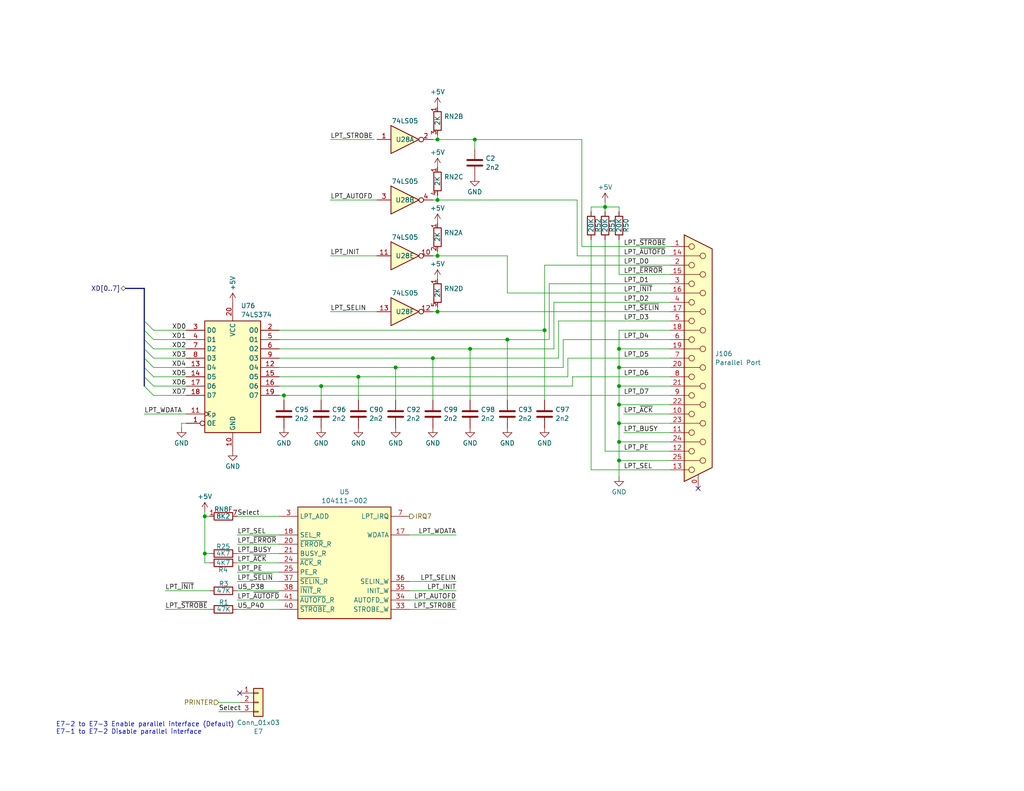
<source format=kicad_sch>
(kicad_sch (version 20230121) (generator eeschema)
  (paper "USLetter")
  (lib_symbols
    (symbol "74xx:74LS05" (pin_names (offset 1.016))
      (property "Reference" "U" (at 0 1.27 0))
      (property "Value" "74LS05" (at 0 -1.27 0))
      (symbol "74LS05_1_0"
        (polyline (pts (xy -3.81 3.81) (xy -3.81 -3.81) (xy 3.81 0) (xy -3.81 3.81)) (stroke (width 0.254)) (fill (type background)))
        (pin input line (at -7.62 0 0) (length 3.81) (name "~") (number "1"))
        (pin open_collector inverted (at 7.62 0 180) (length 3.81) (name "~") (number "2"))
      )
      (symbol "74LS05_2_0"
        (polyline (pts (xy -3.81 3.81) (xy -3.81 -3.81) (xy 3.81 0) (xy -3.81 3.81)) (stroke (width 0.254)) (fill (type background)))
        (pin input line (at -7.62 0 0) (length 3.81) (name "~") (number "3"))
        (pin open_collector inverted (at 7.62 0 180) (length 3.81) (name "~") (number "4"))
      )
      (symbol "74LS05_3_0"
        (polyline (pts (xy -3.81 3.81) (xy -3.81 -3.81) (xy 3.81 0) (xy -3.81 3.81)) (stroke (width 0.254)) (fill (type background)))
        (pin input line (at -7.62 0 0) (length 3.81) (name "~") (number "5"))
        (pin open_collector inverted (at 7.62 0 180) (length 3.81) (name "~") (number "6"))
      )
      (symbol "74LS05_4_0"
        (polyline (pts (xy -3.81 3.81) (xy -3.81 -3.81) (xy 3.81 0) (xy -3.81 3.81)) (stroke (width 0.254)) (fill (type background)))
        (pin open_collector inverted (at 7.62 0 180) (length 3.81) (name "~") (number "8"))
        (pin input line (at -7.62 0 0) (length 3.81) (name "~") (number "9"))
      )
      (symbol "74LS05_5_0"
        (polyline (pts (xy -3.81 3.81) (xy -3.81 -3.81) (xy 3.81 0) (xy -3.81 3.81)) (stroke (width 0.254)) (fill (type background)))
        (pin open_collector inverted (at 7.62 0 180) (length 3.81) (name "~") (number "10"))
        (pin input line (at -7.62 0 0) (length 3.81) (name "~") (number "11"))
      )
      (symbol "74LS05_6_0"
        (polyline (pts (xy -3.81 3.81) (xy -3.81 -3.81) (xy 3.81 0) (xy -3.81 3.81)) (stroke (width 0.254)) (fill (type background)))
        (pin open_collector inverted (at 7.62 0 180) (length 3.81) (name "~") (number "12"))
        (pin input line (at -7.62 0 0) (length 3.81) (name "~") (number "13"))
      )
      (symbol "74LS05_7_0"
        (pin power_in line (at 0 12.7 270) (length 5.08) (name "VCC") (number "14"))
        (pin power_in line (at 0 -12.7 90) (length 5.08) (name "GND") (number "7"))
      )
      (symbol "74LS05_7_1"
        (rectangle (start -5.08 7.62) (end 5.08 -7.62) (stroke (width 0.254)) (fill (type background)))
      )
    )
    (symbol "74xx:74LS374"
      (property "Reference" "U" (at -7.62 16.51 0))
      (property "Value" "74LS374" (at -7.62 -16.51 0))
      (symbol "74LS374_1_0"
        (pin input inverted (at -12.7 -12.7 0) (length 5.08) (name "OE") (number "1"))
        (pin power_in line (at 0 -20.32 90) (length 5.08) (name "GND") (number "10"))
        (pin input clock (at -12.7 -10.16 0) (length 5.08) (name "Cp") (number "11"))
        (pin tri_state line (at 12.7 2.54 180) (length 5.08) (name "O4") (number "12"))
        (pin input line (at -12.7 2.54 0) (length 5.08) (name "D4") (number "13"))
        (pin input line (at -12.7 0 0) (length 5.08) (name "D5") (number "14"))
        (pin tri_state line (at 12.7 0 180) (length 5.08) (name "O5") (number "15"))
        (pin tri_state line (at 12.7 -2.54 180) (length 5.08) (name "O6") (number "16"))
        (pin input line (at -12.7 -2.54 0) (length 5.08) (name "D6") (number "17"))
        (pin input line (at -12.7 -5.08 0) (length 5.08) (name "D7") (number "18"))
        (pin tri_state line (at 12.7 -5.08 180) (length 5.08) (name "O7") (number "19"))
        (pin tri_state line (at 12.7 12.7 180) (length 5.08) (name "O0") (number "2"))
        (pin power_in line (at 0 20.32 270) (length 5.08) (name "VCC") (number "20"))
        (pin input line (at -12.7 12.7 0) (length 5.08) (name "D0") (number "3"))
        (pin input line (at -12.7 10.16 0) (length 5.08) (name "D1") (number "4"))
        (pin tri_state line (at 12.7 10.16 180) (length 5.08) (name "O1") (number "5"))
        (pin tri_state line (at 12.7 7.62 180) (length 5.08) (name "O2") (number "6"))
        (pin input line (at -12.7 7.62 0) (length 5.08) (name "D2") (number "7"))
        (pin input line (at -12.7 5.08 0) (length 5.08) (name "D3") (number "8"))
        (pin tri_state line (at 12.7 5.08 180) (length 5.08) (name "O3") (number "9"))
      )
      (symbol "74LS374_1_1"
        (rectangle (start -7.62 15.24) (end 7.62 -15.24) (stroke (width 0.254)) (fill (type background)))
      )
    )
    (symbol "Connector:DB25_Receptacle_MountingHoles" (pin_names (offset 1.016) hide)
      (property "Reference" "J" (at 0 36.83 0))
      (property "Value" "DB25_Receptacle_MountingHoles" (at 0 34.925 0))
      (symbol "DB25_Receptacle_MountingHoles_0_1"
        (circle (center -1.778 -30.48) (radius 0.762))
        (circle (center -1.778 -25.4) (radius 0.762))
        (circle (center -1.778 -20.32) (radius 0.762))
        (circle (center -1.778 -15.24) (radius 0.762))
        (circle (center -1.778 -10.16) (radius 0.762))
        (circle (center -1.778 -5.08) (radius 0.762))
        (circle (center -1.778 0) (radius 0.762))
        (circle (center -1.778 5.08) (radius 0.762))
        (circle (center -1.778 10.16) (radius 0.762))
        (circle (center -1.778 15.24) (radius 0.762))
        (circle (center -1.778 20.32) (radius 0.762))
        (circle (center -1.778 25.4) (radius 0.762))
        (circle (center -1.778 30.48) (radius 0.762))
        (polyline (pts (xy -3.81 -30.48) (xy -2.54 -30.48)))
        (polyline (pts (xy -3.81 -27.94) (xy 0.508 -27.94)))
        (polyline (pts (xy -3.81 -25.4) (xy -2.54 -25.4)))
        (polyline (pts (xy -3.81 -22.86) (xy 0.508 -22.86)))
        (polyline (pts (xy -3.81 -20.32) (xy -2.54 -20.32)))
        (polyline (pts (xy -3.81 -17.78) (xy 0.508 -17.78)))
        (polyline (pts (xy -3.81 -15.24) (xy -2.54 -15.24)))
        (polyline (pts (xy -3.81 -12.7) (xy 0.508 -12.7)))
        (polyline (pts (xy -3.81 -10.16) (xy -2.54 -10.16)))
        (polyline (pts (xy -3.81 -7.62) (xy 0.508 -7.62)))
        (polyline (pts (xy -3.81 -5.08) (xy -2.54 -5.08)))
        (polyline (pts (xy -3.81 -2.54) (xy 0.508 -2.54)))
        (polyline (pts (xy -3.81 0) (xy -2.54 0)))
        (polyline (pts (xy -3.81 2.54) (xy 0.508 2.54)))
        (polyline (pts (xy -3.81 5.08) (xy -2.54 5.08)))
        (polyline (pts (xy -3.81 7.62) (xy 0.508 7.62)))
        (polyline (pts (xy -3.81 10.16) (xy -2.54 10.16)))
        (polyline (pts (xy -3.81 12.7) (xy 0.508 12.7)))
        (polyline (pts (xy -3.81 15.24) (xy -2.54 15.24)))
        (polyline (pts (xy -3.81 17.78) (xy 0.508 17.78)))
        (polyline (pts (xy -3.81 20.32) (xy -2.54 20.32)))
        (polyline (pts (xy -3.81 22.86) (xy 0.508 22.86)))
        (polyline (pts (xy -3.81 25.4) (xy -2.54 25.4)))
        (polyline (pts (xy -3.81 27.94) (xy 0.508 27.94)))
        (polyline (pts (xy -3.81 30.48) (xy -2.54 30.48)))
        (polyline (pts (xy -3.81 33.655) (xy 3.81 29.845) (xy 3.81 -29.845) (xy -3.81 -33.655) (xy -3.81 33.655)) (stroke (width 0.254)) (fill (type background)))
        (circle (center 1.27 -27.94) (radius 0.762))
        (circle (center 1.27 -22.86) (radius 0.762))
        (circle (center 1.27 -17.78) (radius 0.762))
        (circle (center 1.27 -12.7) (radius 0.762))
        (circle (center 1.27 -7.62) (radius 0.762))
        (circle (center 1.27 -2.54) (radius 0.762))
        (circle (center 1.27 2.54) (radius 0.762))
        (circle (center 1.27 7.62) (radius 0.762))
        (circle (center 1.27 12.7) (radius 0.762))
        (circle (center 1.27 17.78) (radius 0.762))
        (circle (center 1.27 22.86) (radius 0.762))
        (circle (center 1.27 27.94) (radius 0.762))
      )
      (symbol "DB25_Receptacle_MountingHoles_1_1"
        (pin passive line (at 0 -35.56 90) (length 3.81) (name "PAD") (number "0"))
        (pin passive line (at -7.62 30.48 0) (length 3.81) (name "1") (number "1"))
        (pin passive line (at -7.62 -15.24 0) (length 3.81) (name "10") (number "10"))
        (pin passive line (at -7.62 -20.32 0) (length 3.81) (name "11") (number "11"))
        (pin passive line (at -7.62 -25.4 0) (length 3.81) (name "12") (number "12"))
        (pin passive line (at -7.62 -30.48 0) (length 3.81) (name "13") (number "13"))
        (pin passive line (at -7.62 27.94 0) (length 3.81) (name "P14") (number "14"))
        (pin passive line (at -7.62 22.86 0) (length 3.81) (name "P15") (number "15"))
        (pin passive line (at -7.62 17.78 0) (length 3.81) (name "P16") (number "16"))
        (pin passive line (at -7.62 12.7 0) (length 3.81) (name "P17") (number "17"))
        (pin passive line (at -7.62 7.62 0) (length 3.81) (name "P18") (number "18"))
        (pin passive line (at -7.62 2.54 0) (length 3.81) (name "P19") (number "19"))
        (pin passive line (at -7.62 25.4 0) (length 3.81) (name "2") (number "2"))
        (pin passive line (at -7.62 -2.54 0) (length 3.81) (name "P20") (number "20"))
        (pin passive line (at -7.62 -7.62 0) (length 3.81) (name "P21") (number "21"))
        (pin passive line (at -7.62 -12.7 0) (length 3.81) (name "P22") (number "22"))
        (pin passive line (at -7.62 -17.78 0) (length 3.81) (name "P23") (number "23"))
        (pin passive line (at -7.62 -22.86 0) (length 3.81) (name "P24") (number "24"))
        (pin passive line (at -7.62 -27.94 0) (length 3.81) (name "P25") (number "25"))
        (pin passive line (at -7.62 20.32 0) (length 3.81) (name "3") (number "3"))
        (pin passive line (at -7.62 15.24 0) (length 3.81) (name "4") (number "4"))
        (pin passive line (at -7.62 10.16 0) (length 3.81) (name "5") (number "5"))
        (pin passive line (at -7.62 5.08 0) (length 3.81) (name "6") (number "6"))
        (pin passive line (at -7.62 0 0) (length 3.81) (name "7") (number "7"))
        (pin passive line (at -7.62 -5.08 0) (length 3.81) (name "8") (number "8"))
        (pin passive line (at -7.62 -10.16 0) (length 3.81) (name "9") (number "9"))
      )
    )
    (symbol "Connector_Generic:Conn_01x03" (pin_names (offset 1.016) hide)
      (property "Reference" "J" (at 0 5.08 0))
      (property "Value" "Conn_01x03" (at 0 -5.08 0))
      (symbol "Conn_01x03_1_1"
        (rectangle (start -1.27 -2.413) (end 0 -2.667) (stroke (width 0.1524)))
        (rectangle (start -1.27 0.127) (end 0 -0.127) (stroke (width 0.1524)))
        (rectangle (start -1.27 2.667) (end 0 2.413) (stroke (width 0.1524)))
        (rectangle (start -1.27 3.81) (end 1.27 -3.81) (stroke (width 0.254)) (fill (type background)))
        (pin passive line (at -5.08 2.54 0) (length 3.81) (name "Pin_1") (number "1"))
        (pin passive line (at -5.08 0 0) (length 3.81) (name "Pin_2") (number "2"))
        (pin passive line (at -5.08 -2.54 0) (length 3.81) (name "Pin_3") (number "3"))
      )
    )
    (symbol "Device:C" (pin_numbers hide) (pin_names (offset 0.254))
      (property "Reference" "C" (at 0.635 2.54 0))
      (property "Value" "C" (at 0.635 -2.54 0))
      (symbol "C_0_1"
        (polyline (pts (xy -2.032 -0.762) (xy 2.032 -0.762)) (stroke (width 0.508)))
        (polyline (pts (xy -2.032 0.762) (xy 2.032 0.762)) (stroke (width 0.508)))
      )
      (symbol "C_1_1"
        (pin passive line (at 0 3.81 270) (length 2.794) (name "~") (number "1"))
        (pin passive line (at 0 -3.81 90) (length 2.794) (name "~") (number "2"))
      )
    )
    (symbol "Device:R" (pin_numbers hide) (pin_names (offset 0))
      (property "Reference" "R" (at 2.032 0 90))
      (property "Value" "R" (at 0 0 90))
      (symbol "R_0_1"
        (rectangle (start -1.016 -2.54) (end 1.016 2.54) (stroke (width 0.254)))
      )
      (symbol "R_1_1"
        (pin passive line (at 0 3.81 270) (length 1.27) (name "~") (number "1"))
        (pin passive line (at 0 -3.81 90) (length 1.27) (name "~") (number "2"))
      )
    )
    (symbol "Device:R_Network09_Split" (pin_names (offset 0) hide)
      (property "Reference" "RN" (at 2.032 0 90))
      (property "Value" "R_Network09_Split" (at 0 0 90))
      (symbol "R_Network09_Split_0_1"
        (rectangle (start 1.016 2.54) (end -1.016 -2.54) (stroke (width 0.254)))
        (pin passive line (at 0 3.81 270) (length 1.27) (name "R1") (number "1"))
      )
      (symbol "R_Network09_Split_1_1"
        (pin passive line (at 0 -3.81 90) (length 1.27) (name "R1.2") (number "2"))
      )
      (symbol "R_Network09_Split_2_1"
        (pin passive line (at 0 -3.81 90) (length 1.27) (name "R2.2") (number "3"))
      )
      (symbol "R_Network09_Split_3_1"
        (pin passive line (at 0 -3.81 90) (length 1.27) (name "R3.2") (number "4"))
      )
      (symbol "R_Network09_Split_4_1"
        (pin passive line (at 0 -3.81 90) (length 1.27) (name "R4.2") (number "5"))
      )
      (symbol "R_Network09_Split_5_1"
        (pin passive line (at 0 -3.81 90) (length 1.27) (name "R5.2") (number "6"))
      )
      (symbol "R_Network09_Split_6_1"
        (pin passive line (at 0 -3.81 90) (length 1.27) (name "R6.2") (number "7"))
      )
      (symbol "R_Network09_Split_7_1"
        (pin passive line (at 0 -3.81 90) (length 1.27) (name "R7.2") (number "8"))
      )
      (symbol "R_Network09_Split_8_1"
        (pin passive line (at 0 -3.81 90) (length 1.27) (name "R8.2") (number "9"))
      )
      (symbol "R_Network09_Split_9_1"
        (pin passive line (at 0 -3.81 90) (length 1.27) (name "R9.2") (number "10"))
      )
    )
    (symbol "power:+5V" (power) (pin_names (offset 0))
      (property "Value" "+5V" (at 0 3.556 0))
      (symbol "+5V_0_1"
        (polyline (pts (xy -0.762 1.27) (xy 0 2.54)))
        (polyline (pts (xy 0 0) (xy 0 2.54)))
        (polyline (pts (xy 0 2.54) (xy 0.762 1.27)))
      )
      (symbol "+5V_1_1"
        (pin power_in line (at 0 0 90) (length 0) hide (name "+5V") (number "1"))
      )
    )
    (symbol "power:GND" (power) (pin_names (offset 0))
      (property "Value" "GND" (at 0 -3.81 0))
      (symbol "GND_0_1"
        (polyline (pts (xy 0 0) (xy 0 -1.27) (xy 1.27 -1.27) (xy 0 -2.54) (xy -1.27 -1.27) (xy 0 -1.27)))
      )
      (symbol "GND_1_1"
        (pin power_in line (at 0 0 270) (length 0) hide (name "GND") (number "1"))
      )
    )
    (symbol "raysstuff:104111-002"
      (property "Reference" "U" (at 0 1.27 0))
      (property "Value" "104111-002" (at 1.27 -1.27 0))
      (symbol "104111-002_1_0"
        (pin output line (at 17.78 7.62 180) (length 5.08) (name "WDATA") (number "17"))
        (pin input line (at -17.78 7.62 0) (length 5.08) (name "SEL_R") (number "18"))
        (pin input line (at -17.78 5.08 0) (length 5.08) (name "~{ERROR}_R") (number "20"))
        (pin input line (at -17.78 2.54 0) (length 5.08) (name "BUSY_R") (number "21"))
        (pin input line (at -17.78 0 0) (length 5.08) (name "~{ACK}_R") (number "24"))
        (pin input line (at -17.78 -2.54 0) (length 5.08) (name "PE_R") (number "25"))
        (pin input line (at -17.78 12.7 0) (length 5.08) (name "LPT_ADD") (number "3"))
        (pin output line (at 17.78 -12.7 180) (length 5.08) (name "STROBE_W") (number "33"))
        (pin output line (at 17.78 -10.16 180) (length 5.08) (name "AUTOFD_W") (number "34"))
        (pin output line (at 17.78 -7.62 180) (length 5.08) (name "INIT_W") (number "35"))
        (pin output line (at 17.78 -5.08 180) (length 5.08) (name "SELIN_W") (number "36"))
        (pin input line (at -17.78 -5.08 0) (length 5.08) (name "~{SELIN}_R") (number "37"))
        (pin input line (at -17.78 -7.62 0) (length 5.08) (name "~{INIT}_R") (number "38"))
        (pin input line (at -17.78 -12.7 0) (length 5.08) (name "~{STROBE}_R") (number "40"))
        (pin input line (at -17.78 -10.16 0) (length 5.08) (name "~{AUTOFD}_R") (number "41"))
        (pin output line (at 17.78 12.7 180) (length 5.08) (name "LPT_IRQ") (number "7"))
      )
      (symbol "104111-002_1_1"
        (rectangle (start -12.7 15.24) (end 12.7 -15.24) (stroke (width 0.254)) (fill (type background)))
      )
    )
  )
  (junction (at 119.38 38.1))
  (junction (at 119.38 69.85))
  (junction (at 55.88 140.97))
  (junction (at 168.91 100.33))
  (junction (at 168.91 125.73))
  (junction (at 119.38 85.09))
  (junction (at 148.59 90.17))
  (junction (at 97.79 102.87))
  (junction (at 87.63 105.41))
  (junction (at 168.91 110.49))
  (junction (at 129.54 38.1))
  (junction (at 168.91 95.25))
  (junction (at 168.91 105.41))
  (junction (at 165.1 56.515))
  (junction (at 128.27 95.25))
  (junction (at 138.43 92.71))
  (junction (at 107.95 100.33))
  (junction (at 118.11 97.79))
  (junction (at 55.88 151.13))
  (junction (at 168.91 120.65))
  (junction (at 77.47 107.95))
  (junction (at 168.91 115.57))
  (junction (at 119.38 54.61))
  (no_connect (at 65.405 189.23))
  (no_connect (at 190.5 133.35))
  (bus_entry (at 39.37 105.41) (size 2.54 2.54))
  (bus_entry (at 39.37 92.71) (size 2.54 2.54))
  (bus_entry (at 39.37 102.87) (size 2.54 2.54))
  (bus_entry (at 39.37 95.25) (size 2.54 2.54))
  (bus_entry (at 39.37 90.17) (size 2.54 2.54))
  (bus_entry (at 39.37 97.79) (size 2.54 2.54))
  (bus_entry (at 39.37 87.63) (size 2.54 2.54))
  (bus_entry (at 39.37 100.33) (size 2.54 2.54))
  (wire (pts (xy 168.91 120.65) (xy 182.88 120.65)))
  (wire (pts (xy 64.77 153.67) (xy 76.2 153.67)))
  (wire (pts (xy 59.69 191.77) (xy 65.405 191.77)))
  (wire (pts (xy 50.8 92.71) (xy 41.91 92.71)))
  (wire (pts (xy 77.47 109.22) (xy 77.47 107.95)))
  (wire (pts (xy 168.91 125.73) (xy 182.88 125.73)))
  (wire (pts (xy 97.79 102.87) (xy 97.79 109.22)))
  (wire (pts (xy 50.8 90.17) (xy 41.91 90.17)))
  (wire (pts (xy 161.29 65.405) (xy 161.29 128.27)))
  (wire (pts (xy 156.21 102.87) (xy 156.21 105.41)))
  (wire (pts (xy 168.91 120.65) (xy 168.91 125.73)))
  (wire (pts (xy 55.88 151.13) (xy 55.88 140.97)))
  (wire (pts (xy 50.8 102.87) (xy 41.91 102.87)))
  (wire (pts (xy 158.75 67.31) (xy 182.88 67.31)))
  (wire (pts (xy 39.37 113.03) (xy 50.8 113.03)))
  (wire (pts (xy 97.79 102.87) (xy 154.94 102.87)))
  (wire (pts (xy 50.8 107.95) (xy 41.91 107.95)))
  (wire (pts (xy 119.38 53.34) (xy 119.38 54.61)))
  (wire (pts (xy 168.91 110.49) (xy 182.88 110.49)))
  (wire (pts (xy 57.15 153.67) (xy 55.88 153.67)))
  (wire (pts (xy 90.17 54.61) (xy 102.87 54.61)))
  (wire (pts (xy 168.91 125.73) (xy 168.91 130.175)))
  (wire (pts (xy 119.38 85.09) (xy 182.88 85.09)))
  (wire (pts (xy 168.91 115.57) (xy 182.88 115.57)))
  (wire (pts (xy 168.91 57.785) (xy 168.91 56.515)))
  (wire (pts (xy 168.91 105.41) (xy 168.91 110.49)))
  (wire (pts (xy 57.15 161.29) (xy 45.085 161.29)))
  (wire (pts (xy 111.76 166.37) (xy 124.46 166.37)))
  (wire (pts (xy 165.1 55.245) (xy 165.1 56.515)))
  (wire (pts (xy 168.91 105.41) (xy 182.88 105.41)))
  (wire (pts (xy 138.43 80.01) (xy 138.43 69.85)))
  (bus (pts (xy 39.37 90.17) (xy 39.37 92.71)))
  (wire (pts (xy 57.15 151.13) (xy 55.88 151.13)))
  (wire (pts (xy 168.91 90.17) (xy 182.88 90.17)))
  (wire (pts (xy 161.29 128.27) (xy 182.88 128.27)))
  (wire (pts (xy 168.91 95.25) (xy 168.91 100.33)))
  (wire (pts (xy 119.38 83.82) (xy 119.38 85.09)))
  (wire (pts (xy 64.77 166.37) (xy 76.2 166.37)))
  (wire (pts (xy 111.76 158.75) (xy 124.46 158.75)))
  (wire (pts (xy 118.11 97.79) (xy 152.4 97.79)))
  (wire (pts (xy 151.13 95.25) (xy 151.13 82.55)))
  (wire (pts (xy 118.11 97.79) (xy 118.11 109.22)))
  (wire (pts (xy 55.88 151.13) (xy 55.88 153.67)))
  (wire (pts (xy 168.91 65.405) (xy 168.91 74.93)))
  (wire (pts (xy 64.77 146.05) (xy 76.2 146.05)))
  (wire (pts (xy 148.59 72.39) (xy 148.59 90.17)))
  (wire (pts (xy 50.8 115.57) (xy 49.53 115.57)))
  (wire (pts (xy 168.91 95.25) (xy 182.88 95.25)))
  (wire (pts (xy 59.69 194.31) (xy 65.405 194.31)))
  (wire (pts (xy 49.53 115.57) (xy 49.53 116.84)))
  (wire (pts (xy 149.86 92.71) (xy 149.86 77.47)))
  (wire (pts (xy 50.8 105.41) (xy 41.91 105.41)))
  (wire (pts (xy 168.91 110.49) (xy 168.91 115.57)))
  (wire (pts (xy 153.67 92.71) (xy 182.88 92.71)))
  (bus (pts (xy 39.37 102.87) (xy 39.37 105.41)))
  (wire (pts (xy 138.43 92.71) (xy 138.43 109.22)))
  (wire (pts (xy 90.17 85.09) (xy 102.87 85.09)))
  (wire (pts (xy 151.13 82.55) (xy 182.88 82.55)))
  (bus (pts (xy 34.29 78.74) (xy 39.37 78.74)))
  (wire (pts (xy 129.54 40.64) (xy 129.54 38.1)))
  (wire (pts (xy 119.38 54.61) (xy 118.11 54.61)))
  (wire (pts (xy 153.67 100.33) (xy 153.67 92.71)))
  (wire (pts (xy 161.29 56.515) (xy 165.1 56.515)))
  (wire (pts (xy 76.2 92.71) (xy 138.43 92.71)))
  (wire (pts (xy 119.38 36.83) (xy 119.38 38.1)))
  (wire (pts (xy 76.2 102.87) (xy 97.79 102.87)))
  (wire (pts (xy 87.63 105.41) (xy 156.21 105.41)))
  (wire (pts (xy 64.77 156.21) (xy 76.2 156.21)))
  (wire (pts (xy 64.77 140.97) (xy 76.2 140.97)))
  (wire (pts (xy 119.38 38.1) (xy 118.11 38.1)))
  (wire (pts (xy 119.38 54.61) (xy 157.48 54.61)))
  (wire (pts (xy 50.8 95.25) (xy 41.91 95.25)))
  (wire (pts (xy 77.47 107.95) (xy 182.88 107.95)))
  (wire (pts (xy 64.77 148.59) (xy 76.2 148.59)))
  (wire (pts (xy 90.17 69.85) (xy 102.87 69.85)))
  (wire (pts (xy 154.94 97.79) (xy 182.88 97.79)))
  (wire (pts (xy 119.38 38.1) (xy 129.54 38.1)))
  (wire (pts (xy 138.43 80.01) (xy 182.88 80.01)))
  (bus (pts (xy 39.37 87.63) (xy 39.37 90.17)))
  (wire (pts (xy 170.18 118.11) (xy 182.88 118.11)))
  (wire (pts (xy 158.75 38.1) (xy 158.75 67.31)))
  (wire (pts (xy 138.43 69.85) (xy 119.38 69.85)))
  (wire (pts (xy 64.77 151.13) (xy 76.2 151.13)))
  (wire (pts (xy 148.59 90.17) (xy 148.59 109.22)))
  (wire (pts (xy 87.63 105.41) (xy 87.63 109.22)))
  (wire (pts (xy 76.2 97.79) (xy 118.11 97.79)))
  (wire (pts (xy 168.91 115.57) (xy 168.91 120.65)))
  (wire (pts (xy 128.27 95.25) (xy 128.27 109.22)))
  (wire (pts (xy 55.88 139.7) (xy 55.88 140.97)))
  (wire (pts (xy 119.38 69.85) (xy 118.11 69.85)))
  (wire (pts (xy 128.27 95.25) (xy 151.13 95.25)))
  (wire (pts (xy 76.2 158.75) (xy 64.77 158.75)))
  (wire (pts (xy 111.76 161.29) (xy 124.46 161.29)))
  (wire (pts (xy 148.59 72.39) (xy 182.88 72.39)))
  (wire (pts (xy 119.38 85.09) (xy 118.11 85.09)))
  (wire (pts (xy 165.1 65.405) (xy 165.1 123.19)))
  (wire (pts (xy 165.1 56.515) (xy 165.1 57.785)))
  (wire (pts (xy 129.54 38.1) (xy 158.75 38.1)))
  (wire (pts (xy 50.8 97.79) (xy 41.91 97.79)))
  (wire (pts (xy 107.95 100.33) (xy 153.67 100.33)))
  (bus (pts (xy 39.37 92.71) (xy 39.37 95.25)))
  (wire (pts (xy 152.4 87.63) (xy 182.88 87.63)))
  (wire (pts (xy 107.95 100.33) (xy 107.95 109.22)))
  (wire (pts (xy 168.91 100.33) (xy 168.91 105.41)))
  (wire (pts (xy 165.1 123.19) (xy 182.88 123.19)))
  (wire (pts (xy 138.43 92.71) (xy 149.86 92.71)))
  (wire (pts (xy 152.4 87.63) (xy 152.4 97.79)))
  (wire (pts (xy 149.86 77.47) (xy 182.88 77.47)))
  (wire (pts (xy 111.76 163.83) (xy 124.46 163.83)))
  (wire (pts (xy 64.77 161.29) (xy 76.2 161.29)))
  (wire (pts (xy 76.2 107.95) (xy 77.47 107.95)))
  (wire (pts (xy 157.48 69.85) (xy 182.88 69.85)))
  (wire (pts (xy 165.1 56.515) (xy 168.91 56.515)))
  (wire (pts (xy 168.91 100.33) (xy 182.88 100.33)))
  (wire (pts (xy 90.17 38.1) (xy 102.235 38.1)))
  (bus (pts (xy 39.37 97.79) (xy 39.37 100.33)))
  (wire (pts (xy 55.88 140.97) (xy 57.15 140.97)))
  (wire (pts (xy 76.2 100.33) (xy 107.95 100.33)))
  (bus (pts (xy 39.37 95.25) (xy 39.37 97.79)))
  (wire (pts (xy 76.2 90.17) (xy 148.59 90.17)))
  (wire (pts (xy 157.48 54.61) (xy 157.48 69.85)))
  (bus (pts (xy 39.37 100.33) (xy 39.37 102.87)))
  (wire (pts (xy 168.91 90.17) (xy 168.91 95.25)))
  (bus (pts (xy 39.37 78.74) (xy 39.37 87.63)))
  (wire (pts (xy 154.94 97.79) (xy 154.94 102.87)))
  (wire (pts (xy 170.18 113.03) (xy 182.88 113.03)))
  (wire (pts (xy 124.46 146.05) (xy 111.76 146.05)))
  (wire (pts (xy 76.2 163.83) (xy 64.77 163.83)))
  (wire (pts (xy 57.15 166.37) (xy 45.085 166.37)))
  (wire (pts (xy 161.29 57.785) (xy 161.29 56.515)))
  (wire (pts (xy 168.91 74.93) (xy 182.88 74.93)))
  (wire (pts (xy 119.38 68.58) (xy 119.38 69.85)))
  (wire (pts (xy 76.2 95.25) (xy 128.27 95.25)))
  (wire (pts (xy 156.21 102.87) (xy 182.88 102.87)))
  (wire (pts (xy 50.8 100.33) (xy 41.91 100.33)))
  (wire (pts (xy 76.2 105.41) (xy 87.63 105.41)))
  (text "E7-2 to E7-3 Enable parallel interface (Default)\nE7-1 to E7-2 Disable parallel interface" (at 15.24 200.66 0) (effects (font (size 1.27 1.27)) (justify left bottom)))
  (label "LPT_D6" (at 170.18 102.87 0))
  (label "U5_P38" (at 64.77 161.29 0))
  (label "LPT_~{STROBE}" (at 170.18 67.31 0))
  (label "U5_P40" (at 64.77 166.37 0))
  (label "LPT_~{INIT}" (at 170.18 80.01 0))
  (label "XD0" (at 50.8 90.17 180))
  (label "LPT_WDATA" (at 39.37 113.03 0))
  (label "LPT_WDATA" (at 124.46 146.05 180))
  (label "LPT_~{STROBE}" (at 45.085 166.37 0))
  (label "LPT_D1" (at 170.18 77.47 0))
  (label "LPT_D2" (at 170.18 82.55 0))
  (label "XD6" (at 50.8 105.41 180))
  (label "LPT_STROBE" (at 124.46 166.37 180))
  (label "LPT_~{AUTOFD}" (at 64.77 163.83 0))
  (label "XD4" (at 50.8 100.33 180))
  (label "LPT_~{INIT}" (at 45.085 161.29 0))
  (label "LPT_~{AUTOFD}" (at 170.18 69.85 0))
  (label "LPT_INIT" (at 90.17 69.85 0))
  (label "LPT_SEL" (at 64.77 146.05 0))
  (label "LPT_SEL" (at 170.18 128.27 0))
  (label "LPT_INIT" (at 124.46 161.29 180))
  (label "XD1" (at 50.8 92.71 180))
  (label "LPT_PE" (at 170.18 123.19 0))
  (label "XD5" (at 50.8 102.87 180))
  (label "LPT_D5" (at 170.18 97.79 0))
  (label "Select" (at 59.69 194.31 0))
  (label "LPT_~{ACK}" (at 170.18 113.03 0))
  (label "LPT_D3" (at 170.18 87.63 0))
  (label "LPT_D7" (at 170.18 107.95 0))
  (label "LPT_D4" (at 170.18 92.71 0))
  (label "LPT_AUTOFD" (at 90.17 54.61 0))
  (label "XD7" (at 50.8 107.95 180))
  (label "LPT_~{SELIN}" (at 64.77 158.75 0))
  (label "LPT_BUSY" (at 170.18 118.11 0))
  (label "XD2" (at 50.8 95.25 180))
  (label "LPT_STROBE" (at 90.17 38.1 0))
  (label "LPT_D0" (at 170.18 72.39 0))
  (label "LPT_~{ACK}" (at 64.77 153.67 0))
  (label "LPT_AUTOFD" (at 124.46 163.83 180))
  (label "LPT_BUSY" (at 64.77 151.13 0))
  (label "Select" (at 64.77 140.97 0))
  (label "XD3" (at 50.8 97.79 180))
  (label "LPT_~{ERROR}" (at 64.77 148.59 0))
  (label "LPT_SELIN" (at 124.46 158.75 180))
  (label "LPT_~{SELIN}" (at 170.18 85.09 0))
  (label "LPT_SELIN" (at 90.17 85.09 0))
  (label "LPT_PE" (at 64.77 156.21 0))
  (label "LPT_~{ERROR}" (at 170.18 74.93 0))
  (hierarchical_label "XD[0..7]" (shape bidirectional) (at 34.29 78.74 180))
  (hierarchical_label "PRINTER" (shape input) (at 59.69 191.77 180))
  (hierarchical_label "IRQ7" (shape output) (at 111.76 140.97 0))
  (symbol (lib_id "74xx:74LS05") (at 110.49 85.09 0) (unit 6)
    (property "Reference" "U28" (at 110.49 85.09 0))
    (property "Value" "74LS05" (at 110.49 80.01 0))
    (property "Footprint" "Package_DIP:DIP-14_W7.62mm" (effects hide))
    (property "Datasheet" "http://www.ti.com/lit/gpn/sn74LS05" (effects hide))
  )
  (symbol (lib_id "Device:C") (at 87.63 113.03 0) (unit 1)
    (property "Reference" "C96" (at 90.551 111.8179 0) (effects (justify left)))
    (property "Value" "2n2" (at 90.551 114.2421 0) (effects (justify left)))
  )
  (symbol (lib_id "Device:R") (at 60.96 166.37 270) (mirror x) (unit 1)
    (property "Reference" "R1" (at 59.69 164.465 90) (effects (justify left)))
    (property "Value" "47K" (at 59.055 166.37 90) (effects (justify left)))
  )
  (symbol (lib_id "Connector_Generic:Conn_01x03") (at 70.485 191.77 0) (unit 1)
    (property "Reference" "E7" (at 70.485 199.7243 0))
    (property "Value" "Conn_01x03" (at 70.485 197.3001 0))
    (property "Footprint" "Connector_PinHeader_2.54mm:PinHeader_1x03_P2.54mm_Vertical" (effects hide))
  )
  (symbol (lib_id "power:+5V") (at 55.88 139.7 0) (unit 1)
    (property "Reference" "#PWR0167" (effects hide))
    (property "Value" "+5V" (at 55.88 135.5669 0))
  )
  (symbol (lib_id "power:GND") (at 168.91 130.175 0) (unit 1)
    (property "Reference" "#PWR0372" (effects hide))
    (property "Value" "GND" (at 168.91 134.3081 0))
  )
  (symbol (lib_id "power:GND") (at 129.54 48.26 0) (unit 1)
    (property "Reference" "#PWR037" (effects hide))
    (property "Value" "GND" (at 129.54 52.3931 0))
  )
  (symbol (lib_id "power:+5V") (at 119.38 60.96 0) (unit 1)
    (property "Reference" "#PWR035" (effects hide))
    (property "Value" "+5V" (at 119.38 56.8269 0))
  )
  (symbol (lib_id "Device:C") (at 138.43 113.03 0) (unit 1)
    (property "Reference" "C93" (at 141.351 111.8179 0) (effects (justify left)))
    (property "Value" "2n2" (at 141.351 114.2421 0) (effects (justify left)))
  )
  (symbol (lib_id "power:+5V") (at 165.1 55.245 0) (unit 1)
    (property "Reference" "#PWR040" (effects hide))
    (property "Value" "+5V" (at 165.1 51.1119 0))
  )
  (symbol (lib_id "74xx:74LS374") (at 63.5 102.87 0) (unit 1)
    (property "Reference" "U76" (at 65.6941 83.4857 0) (effects (justify left)))
    (property "Value" "74LS374" (at 65.6941 85.9099 0) (effects (justify left)))
    (property "Footprint" "Package_DIP:DIP-20_W7.62mm" (effects hide))
    (property "Datasheet" "http://www.ti.com/lit/gpn/sn74LS374" (effects hide))
  )
  (symbol (lib_id "Device:C") (at 118.11 113.03 0) (unit 1)
    (property "Reference" "C99" (at 121.031 111.8179 0) (effects (justify left)))
    (property "Value" "2n2" (at 121.031 114.2421 0) (effects (justify left)))
  )
  (symbol (lib_id "power:GND") (at 148.59 116.84 0) (unit 1)
    (property "Reference" "#PWR0430" (effects hide))
    (property "Value" "GND" (at 148.59 120.9731 0))
  )
  (symbol (lib_id "Device:R") (at 60.96 151.13 90) (unit 1)
    (property "Reference" "R25" (at 62.865 149.225 90) (effects (justify left)))
    (property "Value" "4K7" (at 62.865 151.13 90) (effects (justify left)))
  )
  (symbol (lib_id "power:GND") (at 77.47 116.84 0) (unit 1)
    (property "Reference" "#PWR0417" (effects hide))
    (property "Value" "GND" (at 77.47 120.9731 0))
  )
  (symbol (lib_id "74xx:74LS05") (at 110.49 69.85 0) (unit 5)
    (property "Reference" "U28" (at 110.49 69.85 0))
    (property "Value" "74LS05" (at 110.49 64.77 0))
    (property "Footprint" "Package_DIP:DIP-14_W7.62mm" (effects hide))
    (property "Datasheet" "http://www.ti.com/lit/gpn/sn74LS05" (effects hide))
  )
  (symbol (lib_id "Device:C") (at 107.95 113.03 0) (unit 1)
    (property "Reference" "C92" (at 110.871 111.8179 0) (effects (justify left)))
    (property "Value" "2n2" (at 110.871 114.2421 0) (effects (justify left)))
  )
  (symbol (lib_id "power:+5V") (at 63.5 82.55 0) (unit 1)
    (property "Reference" "#PWR032" (effects hide))
    (property "Value" "+5V" (at 63.5 79.3751 90) (effects (justify left)))
  )
  (symbol (lib_id "Device:R") (at 165.1 61.595 0) (unit 1)
    (property "Reference" "R51" (at 167.005 63.5 90) (effects (justify left)))
    (property "Value" "20K" (at 165.1 63.5 90) (effects (justify left)))
  )
  (symbol (lib_id "power:GND") (at 97.79 116.84 0) (unit 1)
    (property "Reference" "#PWR0419" (effects hide))
    (property "Value" "GND" (at 97.79 120.9731 0))
  )
  (symbol (lib_id "power:GND") (at 118.11 116.84 0) (unit 1)
    (property "Reference" "#PWR0422" (effects hide))
    (property "Value" "GND" (at 118.11 120.9731 0))
  )
  (symbol (lib_id "Device:C") (at 128.27 113.03 0) (unit 1)
    (property "Reference" "C98" (at 131.191 111.8179 0) (effects (justify left)))
    (property "Value" "2n2" (at 131.191 114.2421 0) (effects (justify left)))
  )
  (symbol (lib_id "raysstuff:104111-002") (at 93.98 153.67 0) (unit 1)
    (property "Reference" "U5" (at 93.98 134.2857 0))
    (property "Value" "104111-002" (at 93.98 136.7099 0))
  )
  (symbol (lib_id "power:GND") (at 138.43 116.84 0) (unit 1)
    (property "Reference" "#PWR0429" (effects hide))
    (property "Value" "GND" (at 138.43 120.9731 0))
  )
  (symbol (lib_id "Device:C") (at 97.79 113.03 0) (unit 1)
    (property "Reference" "C90" (at 100.711 111.8179 0) (effects (justify left)))
    (property "Value" "2n2" (at 100.711 114.2421 0) (effects (justify left)))
  )
  (symbol (lib_id "power:GND") (at 107.95 116.84 0) (unit 1)
    (property "Reference" "#PWR0420" (effects hide))
    (property "Value" "GND" (at 107.95 120.9731 0))
  )
  (symbol (lib_id "power:GND") (at 128.27 116.84 0) (unit 1)
    (property "Reference" "#PWR0423" (effects hide))
    (property "Value" "GND" (at 128.27 120.9731 0))
  )
  (symbol (lib_id "power:+5V") (at 119.38 45.72 0) (unit 1)
    (property "Reference" "#PWR034" (effects hide))
    (property "Value" "+5V" (at 119.38 41.5869 0))
  )
  (symbol (lib_id "Connector:DB25_Receptacle_MountingHoles") (at 190.5 97.79 0) (unit 1)
    (property "Reference" "J106" (at 195.072 96.5779 0) (effects (justify left)))
    (property "Value" "Parallel Port" (at 195.072 99.0021 0) (effects (justify left)))
    (property "Datasheet" " ~" (effects hide))
  )
  (symbol (lib_id "Device:R_Network09_Split") (at 119.38 64.77 0) (unit 1)
    (property "Reference" "RN2" (at 121.158 63.5579 0) (effects (justify left)))
    (property "Value" "2K" (at 119.38 66.04 90) (effects (justify left)))
    (property "Footprint" "Resistor_THT:R_Array_SIP10" (effects hide))
    (property "Datasheet" "http://www.vishay.com/docs/31509/csc.pdf" (effects hide))
  )
  (symbol (lib_id "Device:R") (at 60.96 161.29 270) (mirror x) (unit 1)
    (property "Reference" "R3" (at 59.69 159.385 90) (effects (justify left)))
    (property "Value" "47K" (at 59.055 161.29 90) (effects (justify left)))
  )
  (symbol (lib_id "power:GND") (at 63.5 123.19 0) (unit 1)
    (property "Reference" "#PWR0311" (effects hide))
    (property "Value" "GND" (at 63.5 127.3231 0))
  )
  (symbol (lib_id "Device:C") (at 77.47 113.03 0) (unit 1)
    (property "Reference" "C95" (at 80.391 111.8179 0) (effects (justify left)))
    (property "Value" "2n2" (at 80.391 114.2421 0) (effects (justify left)))
  )
  (symbol (lib_id "Device:R_Network09_Split") (at 119.38 33.02 0) (unit 2)
    (property "Reference" "RN2" (at 121.158 31.8079 0) (effects (justify left)))
    (property "Value" "2K" (at 119.38 34.29 90) (effects (justify left)))
    (property "Footprint" "Resistor_THT:R_Array_SIP10" (effects hide))
    (property "Datasheet" "http://www.vishay.com/docs/31509/csc.pdf" (effects hide))
  )
  (symbol (lib_id "Device:R_Network09_Split") (at 119.38 49.53 0) (unit 3)
    (property "Reference" "RN2" (at 121.158 48.3179 0) (effects (justify left)))
    (property "Value" "2K" (at 119.38 50.8 90) (effects (justify left)))
    (property "Footprint" "Resistor_THT:R_Array_SIP10" (effects hide))
    (property "Datasheet" "http://www.vishay.com/docs/31509/csc.pdf" (effects hide))
  )
  (symbol (lib_id "74xx:74LS05") (at 110.49 54.61 0) (unit 2)
    (property "Reference" "U28" (at 110.49 54.61 0))
    (property "Value" "74LS05" (at 110.49 49.53 0))
    (property "Footprint" "Package_DIP:DIP-14_W7.62mm" (effects hide))
    (property "Datasheet" "http://www.ti.com/lit/gpn/sn74LS05" (effects hide))
  )
  (symbol (lib_id "Device:R") (at 161.29 61.595 0) (unit 1)
    (property "Reference" "R52" (at 163.195 63.5 90) (effects (justify left)))
    (property "Value" "20K" (at 161.29 63.5 90) (effects (justify left)))
  )
  (symbol (lib_id "power:+5V") (at 119.38 29.21 0) (unit 1)
    (property "Reference" "#PWR033" (effects hide))
    (property "Value" "+5V" (at 119.38 25.0769 0))
  )
  (symbol (lib_id "Device:R_Network09_Split") (at 119.38 80.01 0) (unit 4)
    (property "Reference" "RN2" (at 121.158 78.7979 0) (effects (justify left)))
    (property "Value" "2K" (at 119.38 81.28 90) (effects (justify left)))
    (property "Footprint" "Resistor_THT:R_Array_SIP10" (effects hide))
    (property "Datasheet" "http://www.vishay.com/docs/31509/csc.pdf" (effects hide))
  )
  (symbol (lib_id "Device:C") (at 148.59 113.03 0) (unit 1)
    (property "Reference" "C97" (at 151.511 111.8179 0) (effects (justify left)))
    (property "Value" "2n2" (at 151.511 114.2421 0) (effects (justify left)))
  )
  (symbol (lib_id "power:GND") (at 87.63 116.84 0) (unit 1)
    (property "Reference" "#PWR0418" (effects hide))
    (property "Value" "GND" (at 87.63 120.9731 0))
  )
  (symbol (lib_id "Device:R_Network09_Split") (at 60.96 140.97 90) (unit 6)
    (property "Reference" "RN8" (at 63.5 139.065 90) (effects (justify left)))
    (property "Value" "8K2" (at 62.865 140.97 90) (effects (justify left)))
    (property "Footprint" "Resistor_THT:R_Array_SIP10" (effects hide))
    (property "Datasheet" "http://www.vishay.com/docs/31509/csc.pdf" (effects hide))
  )
  (symbol (lib_id "Device:R") (at 168.91 61.595 0) (unit 1)
    (property "Reference" "R50" (at 170.815 63.5 90) (effects (justify left)))
    (property "Value" "20K" (at 168.91 63.5 90) (effects (justify left)))
  )
  (symbol (lib_id "Device:C") (at 129.54 44.45 0) (unit 1)
    (property "Reference" "C2" (at 132.461 43.2379 0) (effects (justify left)))
    (property "Value" "2n2" (at 132.461 45.6621 0) (effects (justify left)))
  )
  (symbol (lib_id "power:GND") (at 49.53 116.84 0) (unit 1)
    (property "Reference" "#PWR031" (effects hide))
    (property "Value" "GND" (at 49.53 120.9731 0))
  )
  (symbol (lib_id "Device:R") (at 60.96 153.67 90) (unit 1)
    (property "Reference" "R4" (at 62.23 155.575 90) (effects (justify left)))
    (property "Value" "4K7" (at 62.865 153.67 90) (effects (justify left)))
  )
  (symbol (lib_id "74xx:74LS05") (at 110.49 38.1 0) (unit 1)
    (property "Reference" "U28" (at 110.49 38.1 0))
    (property "Value" "74LS05" (at 110.49 33.02 0))
    (property "Footprint" "Package_DIP:DIP-14_W7.62mm" (effects hide))
    (property "Datasheet" "http://www.ti.com/lit/gpn/sn74LS05" (effects hide))
  )
  (symbol (lib_id "power:+5V") (at 119.38 76.2 0) (unit 1)
    (property "Reference" "#PWR036" (effects hide))
    (property "Value" "+5V" (at 119.38 72.0669 0))
  )
)
</source>
